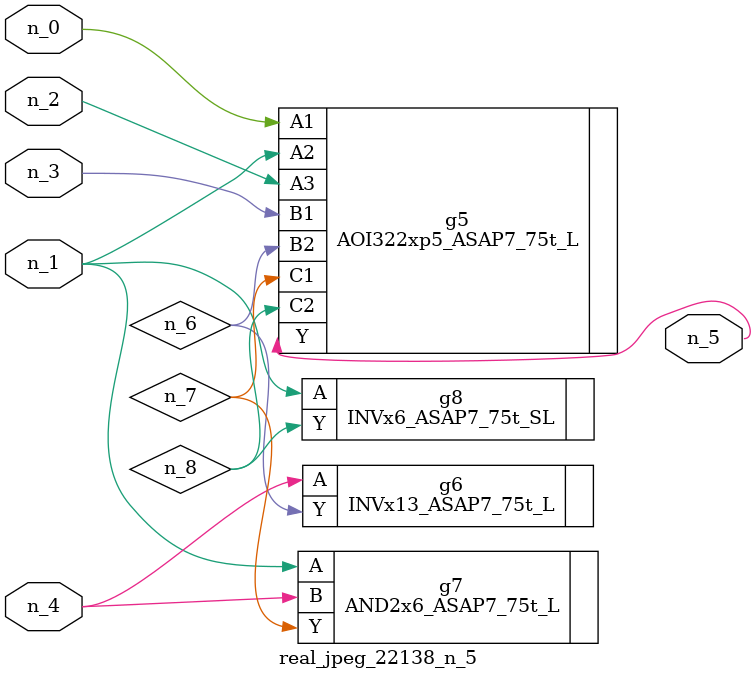
<source format=v>
module real_jpeg_22138_n_5 (n_4, n_0, n_1, n_2, n_3, n_5);

input n_4;
input n_0;
input n_1;
input n_2;
input n_3;

output n_5;

wire n_8;
wire n_6;
wire n_7;

AOI322xp5_ASAP7_75t_L g5 ( 
.A1(n_0),
.A2(n_1),
.A3(n_2),
.B1(n_3),
.B2(n_6),
.C1(n_7),
.C2(n_8),
.Y(n_5)
);

AND2x6_ASAP7_75t_L g7 ( 
.A(n_1),
.B(n_4),
.Y(n_7)
);

INVx6_ASAP7_75t_SL g8 ( 
.A(n_1),
.Y(n_8)
);

INVx13_ASAP7_75t_L g6 ( 
.A(n_4),
.Y(n_6)
);


endmodule
</source>
